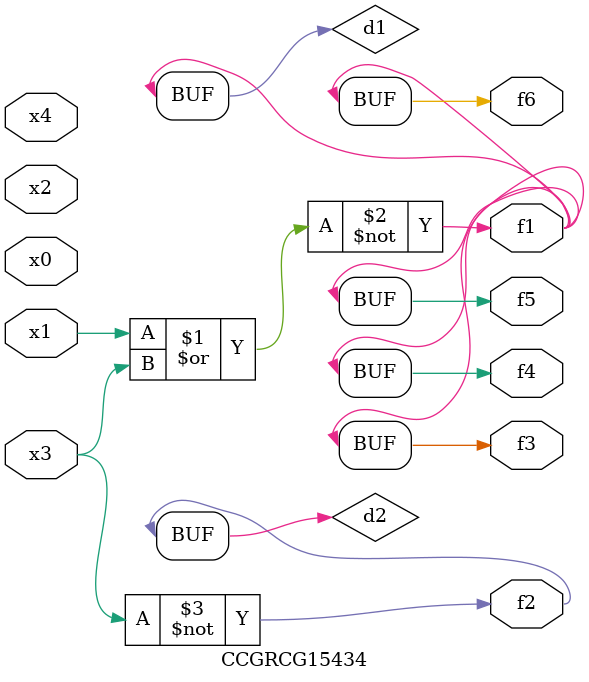
<source format=v>
module CCGRCG15434(
	input x0, x1, x2, x3, x4,
	output f1, f2, f3, f4, f5, f6
);

	wire d1, d2;

	nor (d1, x1, x3);
	not (d2, x3);
	assign f1 = d1;
	assign f2 = d2;
	assign f3 = d1;
	assign f4 = d1;
	assign f5 = d1;
	assign f6 = d1;
endmodule

</source>
